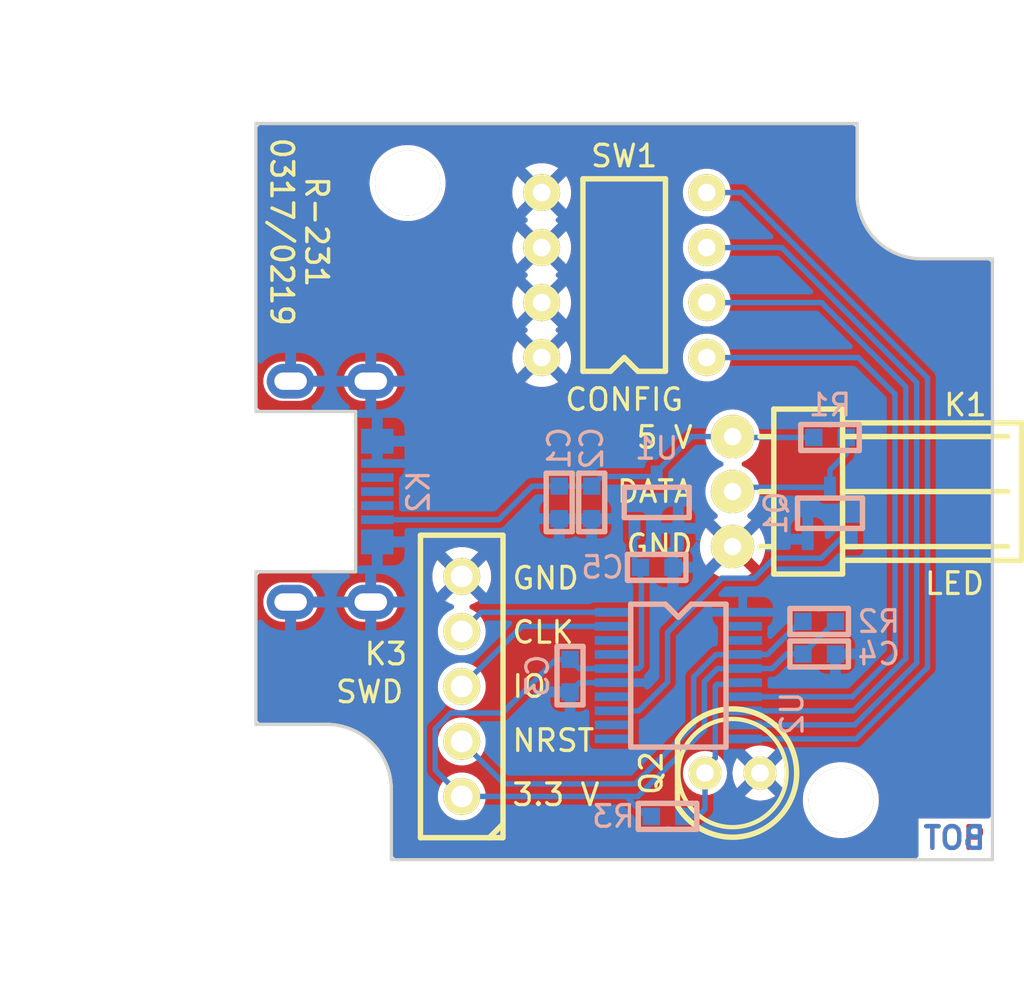
<source format=kicad_pcb>
(kicad_pcb (version 20221018) (generator pcbnew)
  (layers (0 "F.Cu" signal) (31 "B.Cu" signal) (34 "B.Paste" user) (35 "F.Paste" user) (36 "B.SilkS" user "B.Silkscreen") (37 "F.SilkS" user "F.Silkscreen") (38 "B.Mask" user) (39 "F.Mask" user) (44 "Edge.Cuts" user))
  (net 0 "")
  (net 1 "+5V")
  (net 2 "GND")
  (net 3 "+3,3V")
  (net 4 "/DO")
  (net 5 "Net-(K2-Pad4)")
  (net 6 "Net-(K2-Pad2)")
  (net 7 "Net-(K2-Pad3)")
  (net 8 "/NRST")
  (net 9 "/SWDIO")
  (net 10 "/SWCLK")
  (net 11 "Net-(Q1-Pad1)")
  (net 12 "Net-(U2-Pad11)")
  (net 13 "Net-(U2-Pad12)")
  (net 14 "Net-(U2-Pad14)")
  (net 15 "Net-(U2-Pad17)")
  (net 16 "Net-(U2-Pad18)")
  (net 17 "Net-(U2-Pad2)")
  (net 18 "Net-(U2-Pad3)")
  (net 19 "Net-(SW1-Pad1)")
  (net 20 "Net-(SW1-Pad2)")
  (net 21 "Net-(SW1-Pad3)")
  (net 22 "Net-(SW1-Pad4)")
  (net 23 "Net-(Q2-Pad2)")
  (footprint "mech:HOLE_3mm" (layer "F.Cu") (at 90 85.75)
    (fp_text reference "HOLE_3mm" hide)
    (fp_text value "VAL**" hide)
    (pad "1" thru_hole circle (at 0 0) (size 2.99974 2.99974) (drill 2.99974) (layers "*.Cu" "*.Mask" "F.SilkS"))
  )
  (footprint "mech:HOLE_3mm" (layer "F.Cu") (at 110 114.25)
    (fp_text reference "HOLE_3mm" hide)
    (fp_text value "VAL**" hide)
    (pad "1" thru_hole circle (at 0 0) (size 2.99974 2.99974) (drill 2.99974) (layers "*.Cu" "*.Mask" "F.SilkS"))
  )
  (footprint "conn:PSS254-3W" (layer "F.Cu") (at 105 100 -90)
    (fp_text reference "K1" (at -4 -10.75) (layer "F.SilkS"))
    (fp_text value "LED" (at 4.25 -10.25) (layer "F.SilkS"))
    (fp_line (start -3.81 -5.08) (end 3.81 -5.08) (stroke (width 0.25)) (layer "F.SilkS"))
    (fp_line (start -3.81 -1.905) (end -3.81 -5.08) (stroke (width 0.25)) (layer "F.SilkS"))
    (fp_line (start -3.81 -1.905) (end 3.81 -1.905) (stroke (width 0.25)) (layer "F.SilkS"))
    (fp_line (start -3.175 -13.335) (end -3.175 -5.08) (stroke (width 0.25)) (layer "F.SilkS"))
    (fp_line (start -3.175 -13.335) (end 2.54 -13.335) (stroke (width 0.25)) (layer "F.SilkS"))
    (fp_line (start -2.54 -5.08) (end -2.54 -12.7) (stroke (width 0.25)) (layer "F.SilkS"))
    (fp_line (start -2.54 -1.27) (end -2.54 -1.905) (stroke (width 0.25)) (layer "F.SilkS"))
    (fp_line (start 0 -5.08) (end 0 -12.7) (stroke (width 0.25)) (layer "F.SilkS"))
    (fp_line (start 0 -1.27) (end 0 -1.905) (stroke (width 0.25)) (layer "F.SilkS"))
    (fp_line (start 2.54 -13.335) (end 3.175 -13.335) (stroke (width 0.25)) (layer "F.SilkS"))
    (fp_line (start 2.54 -5.08) (end 2.54 -12.7) (stroke (width 0.25)) (layer "F.SilkS"))
    (fp_line (start 2.54 -1.905) (end 2.54 -1.27) (stroke (width 0.25)) (layer "F.SilkS"))
    (fp_line (start 3.175 -13.335) (end 3.175 -5.08) (stroke (width 0.25)) (layer "F.SilkS"))
    (fp_line (start 3.81 -1.905) (end 3.81 -5.08) (stroke (width 0.25)) (layer "F.SilkS"))
    (pad "1" thru_hole circle (at -2.54 0 270) (size 1.99898 1.99898) (drill 0.8001) (layers "*.Cu" "*.Mask" "F.SilkS") (net 1 "+5V"))
    (pad "2" thru_hole circle (at 0 0 270) (size 1.99898 1.99898) (drill 0.8001) (layers "*.Cu" "*.Mask" "F.SilkS") (net 4 "/DO"))
    (pad "3" thru_hole circle (at 2.54 0 270) (size 1.99898 1.99898) (drill 0.8001) (layers "*.Cu" "*.Mask" "F.SilkS") (net 2 "GND"))
  )
  (footprint "conn:PINHEAD_1_5" (layer "F.Cu") (at 92.5 109 90)
    (fp_text reference "K3" (at 1.5 -3.5 180) (layer "F.SilkS"))
    (fp_text value "SWD" (at -0.25 -4.25 180) (layer "F.SilkS"))
    (fp_line (start -6.985 -1.905) (end -6.985 1.905) (stroke (width 0.25)) (layer "F.SilkS"))
    (fp_line (start -6.985 -1.905) (end 6.985 -1.905) (stroke (width 0.25)) (layer "F.SilkS"))
    (fp_line (start -6.985 1.27) (end -6.35 1.905) (stroke (width 0.25)) (layer "F.SilkS"))
    (fp_line (start -6.985 1.905) (end 6.985 1.905) (stroke (width 0.25)) (layer "F.SilkS"))
    (fp_line (start 6.985 -1.905) (end 6.985 1.905) (stroke (width 0.25)) (layer "F.SilkS"))
    (pad "1" thru_hole circle (at -5.08 0 90) (size 1.7 1.7) (drill 1.00076) (layers "*.Cu" "*.Mask" "F.SilkS") (net 3 "+3,3V"))
    (pad "2" thru_hole circle (at -2.54 0 90) (size 1.7 1.7) (drill 1.00076) (layers "*.Cu" "*.Mask" "F.SilkS") (net 8 "/NRST"))
    (pad "3" thru_hole circle (at 0 0 90) (size 1.7 1.7) (drill 1.00076) (layers "*.Cu" "*.Mask" "F.SilkS") (net 9 "/SWDIO"))
    (pad "4" thru_hole circle (at 2.54 0 90) (size 1.7 1.7) (drill 1.00076) (layers "*.Cu" "*.Mask" "F.SilkS") (net 10 "/SWCLK"))
    (pad "5" thru_hole circle (at 5.08 0 90) (size 1.7 1.7) (drill 1.00076) (layers "*.Cu" "*.Mask" "F.SilkS") (net 2 "GND"))
  )
  (footprint "led:LED_5mm_100" (layer "F.Cu") (at 105 113 180)
    (fp_text reference "Q2" (at 3.75 0 270) (layer "F.SilkS"))
    (fp_text value "SFH320" hide)
    (fp_line (start 2.54 1.524) (end 2.54 -1.524) (stroke (width 0.25)) (layer "F.SilkS"))
    (fp_arc (start 2.54 1.524) (mid -2.961994 0.027723) (end 2.51103 -1.571275) (stroke (width 0.25)) (layer "F.SilkS"))
    (fp_circle (center 0 0) (end 2.49936 0) (stroke (width 0.20066)) (fill none) (layer "F.SilkS"))
    (pad "1" thru_hole circle (at -1.27 0 180) (size 1.524 1.524) (drill 0.8128) (layers "*.Cu" "*.Mask" "F.SilkS") (net 2 "GND"))
    (pad "2" thru_hole circle (at 1.27 0 180) (size 1.524 1.524) (drill 0.8128) (layers "*.Cu" "*.Mask" "F.SilkS") (net 23 "Net-(Q2-Pad2)"))
  )
  (footprint "dip:DIP8_300" (layer "F.Cu") (at 100 90 90)
    (fp_text reference "SW1" (at 5.5 0 180) (layer "F.SilkS"))
    (fp_text value "CONFIG" (at -5.75 0 180) (layer "F.SilkS"))
    (fp_line (start -4.445 -1.905) (end 4.445 -1.905) (stroke (width 0.25)) (layer "F.SilkS"))
    (fp_line (start -4.445 -0.635) (end -4.445 -1.905) (stroke (width 0.25)) (layer "F.SilkS"))
    (fp_line (start -4.445 -0.635) (end -3.81 0) (stroke (width 0.25)) (layer "F.SilkS"))
    (fp_line (start -4.445 1.905) (end -4.445 0.635) (stroke (width 0.25)) (layer "F.SilkS"))
    (fp_line (start -4.445 1.905) (end 4.445 1.905) (stroke (width 0.25)) (layer "F.SilkS"))
    (fp_line (start -3.81 0) (end -4.445 0.635) (stroke (width 0.25)) (layer "F.SilkS"))
    (fp_line (start 4.445 1.905) (end 4.445 -1.905) (stroke (width 0.25)) (layer "F.SilkS"))
    (pad "1" thru_hole circle (at -3.81 3.81 90) (size 1.7 1.7) (drill 0.8128) (layers "*.Cu" "*.Mask" "F.SilkS") (net 19 "Net-(SW1-Pad1)"))
    (pad "2" thru_hole circle (at -1.27 3.81 90) (size 1.7 1.7) (drill 0.8128) (layers "*.Cu" "*.Mask" "F.SilkS") (net 20 "Net-(SW1-Pad2)"))
    (pad "3" thru_hole circle (at 1.27 3.81 90) (size 1.7 1.7) (drill 0.8128) (layers "*.Cu" "*.Mask" "F.SilkS") (net 21 "Net-(SW1-Pad3)"))
    (pad "4" thru_hole circle (at 3.81 3.81 90) (size 1.7 1.7) (drill 0.8128) (layers "*.Cu" "*.Mask" "F.SilkS") (net 22 "Net-(SW1-Pad4)"))
    (pad "5" thru_hole circle (at 3.81 -3.81 90) (size 1.7 1.7) (drill 0.8128) (layers "*.Cu" "*.Mask" "F.SilkS") (net 2 "GND"))
    (pad "6" thru_hole circle (at 1.27 -3.81 90) (size 1.7 1.7) (drill 0.8128) (layers "*.Cu" "*.Mask" "F.SilkS") (net 2 "GND"))
    (pad "7" thru_hole circle (at -1.27 -3.81 90) (size 1.7 1.7) (drill 0.8128) (layers "*.Cu" "*.Mask" "F.SilkS") (net 2 "GND"))
    (pad "8" thru_hole circle (at -3.81 -3.81 90) (size 1.7 1.7) (drill 0.8128) (layers "*.Cu" "*.Mask" "F.SilkS") (net 2 "GND"))
  )
  (footprint "rcl:0603_B" (layer "B.Cu") (at 97 100.5 -90)
    (fp_text reference "C1" (at -2.5 0 270) (layer "B.SilkS") (effects (justify mirror)))
    (fp_text value "1µ" hide)
    (fp_line (start -1.35 -0.6) (end 1.35 -0.6) (stroke (width 0.25)) (layer "B.SilkS"))
    (fp_line (start -1.35 0.6) (end -1.35 -0.6) (stroke (width 0.25)) (layer "B.SilkS"))
    (fp_line (start 1.35 -0.6) (end 1.35 0.6) (stroke (width 0.25)) (layer "B.SilkS"))
    (fp_line (start 1.35 0.6) (end -1.35 0.6) (stroke (width 0.25)) (layer "B.SilkS"))
    (pad "1" smd rect (at -0.75 0 270) (size 0.8 0.8) (layers "B.Cu" "B.Paste" "B.Mask") (net 1 "+5V"))
    (pad "2" smd rect (at 0.75 0 270) (size 0.8 0.8) (layers "B.Cu" "B.Paste" "B.Mask") (net 2 "GND"))
  )
  (footprint "rcl:0603_B" (layer "B.Cu") (at 98.5 100.5 -90)
    (fp_text reference "C2" (at -2.5 0 270) (layer "B.SilkS") (effects (justify mirror)))
    (fp_text value "100n" hide)
    (fp_line (start -1.35 -0.6) (end 1.35 -0.6) (stroke (width 0.25)) (layer "B.SilkS"))
    (fp_line (start -1.35 0.6) (end -1.35 -0.6) (stroke (width 0.25)) (layer "B.SilkS"))
    (fp_line (start 1.35 -0.6) (end 1.35 0.6) (stroke (width 0.25)) (layer "B.SilkS"))
    (fp_line (start 1.35 0.6) (end -1.35 0.6) (stroke (width 0.25)) (layer "B.SilkS"))
    (pad "1" smd rect (at -0.75 0 270) (size 0.8 0.8) (layers "B.Cu" "B.Paste" "B.Mask") (net 1 "+5V"))
    (pad "2" smd rect (at 0.75 0 270) (size 0.8 0.8) (layers "B.Cu" "B.Paste" "B.Mask") (net 2 "GND"))
  )
  (footprint "rcl:0603_B" (layer "B.Cu") (at 97.5 108.5 -90)
    (fp_text reference "C3" (at 0 1.5 270) (layer "B.SilkS") (effects (justify mirror)))
    (fp_text value "100n" hide)
    (fp_line (start -1.35 -0.6) (end 1.35 -0.6) (stroke (width 0.25)) (layer "B.SilkS"))
    (fp_line (start -1.35 0.6) (end -1.35 -0.6) (stroke (width 0.25)) (layer "B.SilkS"))
    (fp_line (start 1.35 -0.6) (end 1.35 0.6) (stroke (width 0.25)) (layer "B.SilkS"))
    (fp_line (start 1.35 0.6) (end -1.35 0.6) (stroke (width 0.25)) (layer "B.SilkS"))
    (pad "1" smd rect (at -0.75 0 270) (size 0.8 0.8) (layers "B.Cu" "B.Paste" "B.Mask") (net 3 "+3,3V"))
    (pad "2" smd rect (at 0.75 0 270) (size 0.8 0.8) (layers "B.Cu" "B.Paste" "B.Mask") (net 2 "GND"))
  )
  (footprint "rcl:0603_B" (layer "B.Cu") (at 109 107.5)
    (fp_text reference "C4" (at 2.75 0) (layer "B.SilkS") (effects (justify mirror)))
    (fp_text value "100n" hide)
    (fp_line (start -1.35 -0.6) (end 1.35 -0.6) (stroke (width 0.25)) (layer "B.SilkS"))
    (fp_line (start -1.35 0.6) (end -1.35 -0.6) (stroke (width 0.25)) (layer "B.SilkS"))
    (fp_line (start 1.35 -0.6) (end 1.35 0.6) (stroke (width 0.25)) (layer "B.SilkS"))
    (fp_line (start 1.35 0.6) (end -1.35 0.6) (stroke (width 0.25)) (layer "B.SilkS"))
    (pad "1" smd rect (at -0.75 0) (size 0.8 0.8) (layers "B.Cu" "B.Paste" "B.Mask") (net 3 "+3,3V"))
    (pad "2" smd rect (at 0.75 0) (size 0.8 0.8) (layers "B.Cu" "B.Paste" "B.Mask") (net 2 "GND"))
  )
  (footprint "conn:USB_B_MICRO_W_SMT_AMPHENOL_10103593" (layer "B.Cu") (at 83 100 -90)
    (fp_text reference "K2" (at 0 -7.5 270) (layer "B.SilkS") (effects (justify mirror)))
    (fp_text value "MICROUSB" hide)
    (fp_line (start -3.7 -4.6) (end 3.7 -4.6) (stroke (width 0.15)) (layer "Edge.Cuts"))
    (fp_line (start -3.7 0) (end -3.7 -4.6) (stroke (width 0.15)) (layer "Edge.Cuts"))
    (fp_line (start 3.7 -4.6) (end 3.7 0) (stroke (width 0.15)) (layer "Edge.Cuts"))
    (pad "1" smd rect (at 1.3 -5.6 270) (size 0.4 1.5) (layers "B.Cu" "B.Paste" "B.Mask") (net 1 "+5V"))
    (pad "2" smd rect (at 0.65 -5.6 270) (size 0.4 1.5) (layers "B.Cu" "B.Paste" "B.Mask") (net 6 "Net-(K2-Pad2)"))
    (pad "3" smd rect (at 0 -5.6 270) (size 0.4 1.5) (layers "B.Cu" "B.Paste" "B.Mask") (net 7 "Net-(K2-Pad3)"))
    (pad "4" smd rect (at -0.65 -5.6 270) (size 0.4 1.5) (layers "B.Cu" "B.Paste" "B.Mask") (net 5 "Net-(K2-Pad4)"))
    (pad "5" smd rect (at -1.3 -5.6 270) (size 0.4 1.5) (layers "B.Cu" "B.Paste" "B.Mask") (net 2 "GND"))
    (pad "T" thru_hole oval (at -5.1 -5.3 270) (size 1.6 2.2) (drill oval 0.8 1.5) (layers "*.Mask" "B.Cu" "B.Paste") (net 2 "GND"))
    (pad "T" thru_hole oval (at -5.1 -1.6 270) (size 1.6 2.2) (drill oval 0.8 1.5) (layers "*.Mask" "B.Cu" "B.Paste") (net 2 "GND"))
    (pad "T" smd rect (at -2.325 -5.6 270) (size 1.15 1.5) (layers "B.Cu" "B.Paste" "B.Mask") (net 2 "GND"))
    (pad "T" smd rect (at 2.325 -5.6 270) (size 1.15 1.5) (layers "B.Cu" "B.Paste" "B.Mask") (net 2 "GND"))
    (pad "T" thru_hole oval (at 5.1 -5.3 270) (size 1.6 2.2) (drill oval 0.8 1.5) (layers "*.Mask" "B.Cu" "B.Paste") (net 2 "GND"))
    (pad "T" thru_hole oval (at 5.1 -1.6 270) (size 1.6 2.2) (drill oval 0.8 1.5) (layers "*.Mask" "B.Cu" "B.Paste") (net 2 "GND"))
  )
  (footprint "sot:SOT23" (layer "B.Cu") (at 109.5 101 90)
    (fp_text reference "Q1" (at 0 -2.5 90) (layer "B.SilkS") (effects (justify mirror)))
    (fp_text value "BSS138" hide)
    (fp_line (start -0.7 -1.5) (end -0.7 1.5) (stroke (width 0.25)) (layer "B.SilkS"))
    (fp_line (start -0.7 1.5) (end 0.7 1.5) (stroke (width 0.25)) (layer "B.SilkS"))
    (fp_line (start 0.7 -1.5) (end -0.7 -1.5) (stroke (width 0.25)) (layer "B.SilkS"))
    (fp_line (start 0.7 -1.5) (end 0.7 1.5) (stroke (width 0.25)) (layer "B.SilkS"))
    (pad "1" smd rect (at -1.19888 1.00076 90) (size 1.00076 0.55118) (layers "B.Cu" "B.Paste" "B.Mask") (net 11 "Net-(Q1-Pad1)"))
    (pad "2" smd rect (at -1.19888 -1.02616 90) (size 1.00076 0.55118) (layers "B.Cu" "B.Paste" "B.Mask") (net 2 "GND"))
    (pad "3" smd rect (at 1.19888 0 90) (size 1.00076 0.55118) (layers "B.Cu" "B.Paste" "B.Mask") (net 4 "/DO"))
  )
  (footprint "rcl:0603_B" (layer "B.Cu") (at 109.5 97.5)
    (fp_text reference "R1" (at 0 -1.5) (layer "B.SilkS") (effects (justify mirror)))
    (fp_text value "4k7" hide)
    (fp_line (start -1.35 -0.6) (end 1.35 -0.6) (stroke (width 0.25)) (layer "B.SilkS"))
    (fp_line (start -1.35 0.6) (end -1.35 -0.6) (stroke (width 0.25)) (layer "B.SilkS"))
    (fp_line (start 1.35 -0.6) (end 1.35 0.6) (stroke (width 0.25)) (layer "B.SilkS"))
    (fp_line (start 1.35 0.6) (end -1.35 0.6) (stroke (width 0.25)) (layer "B.SilkS"))
    (pad "1" smd rect (at -0.75 0) (size 0.8 0.8) (layers "B.Cu" "B.Paste" "B.Mask") (net 1 "+5V"))
    (pad "2" smd rect (at 0.75 0) (size 0.8 0.8) (layers "B.Cu" "B.Paste" "B.Mask") (net 4 "/DO"))
  )
  (footprint "rcl:0603_B" (layer "B.Cu") (at 109 106 180)
    (fp_text reference "R2" (at -2.75 0 180) (layer "B.SilkS") (effects (justify mirror)))
    (fp_text value "10k" hide)
    (fp_line (start -1.35 -0.6) (end 1.35 -0.6) (stroke (width 0.25)) (layer "B.SilkS"))
    (fp_line (start -1.35 0.6) (end -1.35 -0.6) (stroke (width 0.25)) (layer "B.SilkS"))
    (fp_line (start 1.35 -0.6) (end 1.35 0.6) (stroke (width 0.25)) (layer "B.SilkS"))
    (fp_line (start 1.35 0.6) (end -1.35 0.6) (stroke (width 0.25)) (layer "B.SilkS"))
    (pad "1" smd rect (at -0.75 0 180) (size 0.8 0.8) (layers "B.Cu" "B.Paste" "B.Mask") (net 3 "+3,3V"))
    (pad "2" smd rect (at 0.75 0 180) (size 0.8 0.8) (layers "B.Cu" "B.Paste" "B.Mask") (net 8 "/NRST"))
  )
  (footprint "sot:SOT23" (layer "B.Cu") (at 101.5 100.5 90)
    (fp_text reference "U1" (at 2.5 0 180) (layer "B.SilkS") (effects (justify mirror)))
    (fp_text value "MCP1700-3302" hide)
    (fp_line (start -0.7 -1.5) (end -0.7 1.5) (stroke (width 0.25)) (layer "B.SilkS"))
    (fp_line (start -0.7 1.5) (end 0.7 1.5) (stroke (width 0.25)) (layer "B.SilkS"))
    (fp_line (start 0.7 -1.5) (end -0.7 -1.5) (stroke (width 0.25)) (layer "B.SilkS"))
    (fp_line (start 0.7 -1.5) (end 0.7 1.5) (stroke (width 0.25)) (layer "B.SilkS"))
    (pad "1" smd rect (at -1.19888 1.00076 90) (size 1.00076 0.55118) (layers "B.Cu" "B.Paste" "B.Mask") (net 2 "GND"))
    (pad "2" smd rect (at -1.19888 -1.02616 90) (size 1.00076 0.55118) (layers "B.Cu" "B.Paste" "B.Mask") (net 3 "+3,3V"))
    (pad "3" smd rect (at 1.19888 0 90) (size 1.00076 0.55118) (layers "B.Cu" "B.Paste" "B.Mask") (net 1 "+5V"))
  )
  (footprint "tssop:TSSOP20" (layer "B.Cu") (at 102.5 108.5 180)
    (fp_text reference "U2" (at -5.25 -1.75 270) (layer "B.SilkS") (effects (justify mirror)))
    (fp_text value "STM32F030F4P6" hide)
    (fp_line (start -2.2 -3.3) (end 2.2 -3.3) (stroke (width 0.25)) (layer "B.SilkS"))
    (fp_line (start -2.2 3.3) (end -2.2 -3.3) (stroke (width 0.25)) (layer "B.SilkS"))
    (fp_line (start -0.6 3.3) (end -2.2 3.3) (stroke (width 0.25)) (layer "B.SilkS"))
    (fp_line (start 0 2.7) (end -0.6 3.3) (stroke (width 0.25)) (layer "B.SilkS"))
    (fp_line (start 0.6 3.3) (end 0 2.7) (stroke (width 0.25)) (layer "B.SilkS"))
    (fp_line (start 2.2 -3.3) (end 2.2 3.3) (stroke (width 0.25)) (layer "B.SilkS"))
    (fp_line (start 2.2 3.3) (end 0.6 3.3) (stroke (width 0.25)) (layer "B.SilkS"))
    (pad "1" smd rect (at -2.97 2.925 180) (size 1.78 0.4) (layers "B.Cu" "B.Paste" "B.Mask") (net 2 "GND"))
    (pad "2" smd rect (at -2.97 2.275 180) (size 1.78 0.4) (layers "B.Cu" "B.Paste" "B.Mask") (net 17 "Net-(U2-Pad2)"))
    (pad "3" smd rect (at -2.97 1.625 180) (size 1.78 0.4) (layers "B.Cu" "B.Paste" "B.Mask") (net 18 "Net-(U2-Pad3)"))
    (pad "4" smd rect (at -2.97 0.975 180) (size 1.78 0.4) (layers "B.Cu" "B.Paste" "B.Mask") (net 8 "/NRST"))
    (pad "5" smd rect (at -2.97 0.325 180) (size 1.78 0.4) (layers "B.Cu" "B.Paste" "B.Mask") (net 3 "+3,3V"))
    (pad "6" smd rect (at -2.97 -0.325 180) (size 1.78 0.4) (layers "B.Cu" "B.Paste" "B.Mask") (net 23 "Net-(Q2-Pad2)"))
    (pad "7" smd rect (at -2.97 -0.975 180) (size 1.78 0.4) (layers "B.Cu" "B.Paste" "B.Mask") (net 19 "Net-(SW1-Pad1)"))
    (pad "8" smd rect (at -2.97 -1.625 180) (size 1.78 0.4) (layers "B.Cu" "B.Paste" "B.Mask") (net 20 "Net-(SW1-Pad2)"))
    (pad "9" smd rect (at -2.97 -2.275 180) (size 1.78 0.4) (layers "B.Cu" "B.Paste" "B.Mask") (net 21 "Net-(SW1-Pad3)"))
    (pad "10" smd rect (at -2.97 -2.925 180) (size 1.78 0.4) (layers "B.Cu" "B.Paste" "B.Mask") (net 22 "Net-(SW1-Pad4)"))
    (pad "11" smd rect (at 2.97 -2.925 180) (size 1.78 0.4) (layers "B.Cu" "B.Paste" "B.Mask") (net 12 "Net-(U2-Pad11)"))
    (pad "12" smd rect (at 2.97 -2.275 180) (size 1.78 0.4) (layers "B.Cu" "B.Paste" "B.Mask") (net 13 "Net-(U2-Pad12)"))
    (pad "13" smd rect (at 2.97 -1.625 180) (size 1.78 0.4) (layers "B.Cu" "B.Paste" "B.Mask") (net 11 "Net-(Q1-Pad1)"))
    (pad "14" smd rect (at 2.97 -0.975 180) (size 1.78 0.4) (layers "B.Cu" "B.Paste" "B.Mask") (net 14 "Net-(U2-Pad14)"))
    (pad "15" smd rect (at 2.97 -0.325 180) (size 1.78 0.4) (layers "B.Cu" "B.Paste" "B.Mask") (net 2 "GND"))
    (pad "16" smd rect (at 2.97 0.325 180) (size 1.78 0.4) (layers "B.Cu" "B.Paste" "B.Mask") (net 3 "+3,3V"))
    (pad "17" smd rect (at 2.97 0.975 180) (size 1.78 0.4) (layers "B.Cu" "B.Paste" "B.Mask") (net 15 "Net-(U2-Pad17)"))
    (pad "18" smd rect (at 2.97 1.625 180) (size 1.78 0.4) (layers "B.Cu" "B.Paste" "B.Mask") (net 16 "Net-(U2-Pad18)"))
    (pad "19" smd rect (at 2.97 2.275 180) (size 1.78 0.4) (layers "B.Cu" "B.Paste" "B.Mask") (net 9 "/SWDIO"))
    (pad "20" smd rect (at 2.97 2.925 180) (size 1.78 0.4) (layers "B.Cu" "B.Paste" "B.Mask") (net 10 "/SWCLK"))
  )
  (footprint "rcl:0603_B" (layer "B.Cu") (at 101.5 103.5)
    (fp_text reference "C5" (at -2.5 0) (layer "B.SilkS") (effects (justify mirror)))
    (fp_text value "1µ" hide)
    (fp_line (start -1.35 -0.6) (end 1.35 -0.6) (stroke (width 0.25)) (layer "B.SilkS"))
    (fp_line (start -1.35 0.6) (end -1.35 -0.6) (stroke (width 0.25)) (layer "B.SilkS"))
    (fp_line (start 1.35 -0.6) (end 1.35 0.6) (stroke (width 0.25)) (layer "B.SilkS"))
    (fp_line (start 1.35 0.6) (end -1.35 0.6) (stroke (width 0.25)) (layer "B.SilkS"))
    (pad "1" smd rect (at -0.75 0) (size 0.8 0.8) (layers "B.Cu" "B.Paste" "B.Mask") (net 3 "+3,3V"))
    (pad "2" smd rect (at 0.75 0) (size 0.8 0.8) (layers "B.Cu" "B.Paste" "B.Mask") (net 2 "GND"))
  )
  (footprint "rcl:0603_B" (layer "B.Cu") (at 102 115 180)
    (fp_text reference "R3" (at 2.5 0 180) (layer "B.SilkS") (effects (justify mirror)))
    (fp_text value "4k7" hide)
    (fp_line (start -1.35 -0.6) (end 1.35 -0.6) (stroke (width 0.25)) (layer "B.SilkS"))
    (fp_line (start -1.35 0.6) (end -1.35 -0.6) (stroke (width 0.25)) (layer "B.SilkS"))
    (fp_line (start 1.35 -0.6) (end 1.35 0.6) (stroke (width 0.25)) (layer "B.SilkS"))
    (fp_line (start 1.35 0.6) (end -1.35 0.6) (stroke (width 0.25)) (layer "B.SilkS"))
    (pad "1" smd rect (at -0.75 0 180) (size 0.8 0.8) (layers "B.Cu" "B.Paste" "B.Mask") (net 23 "Net-(Q2-Pad2)"))
    (pad "2" smd rect (at 0.75 0 180) (size 0.8 0.8) (layers "B.Cu" "B.Paste" "B.Mask") (net 3 "+3,3V"))
  )
  (gr_arc (start 113.75 89.25) (mid 111.62868 88.37132) (end 110.75 86.25) (stroke (width 0.15)) (layer "Edge.Cuts"))
  (gr_line (start 110.75 86.25) (end 110.75 83) (stroke (width 0.15)) (layer "Edge.Cuts"))
  (gr_line (start 89.25 113.75) (end 89.25 117) (stroke (width 0.15)) (layer "Edge.Cuts"))
  (gr_line (start 83 110.75) (end 83 103.7) (stroke (width 0.15)) (layer "Edge.Cuts"))
  (gr_line (start 83 110.75) (end 86.25 110.75) (stroke (width 0.15)) (layer "Edge.Cuts"))
  (gr_line (start 117 89.25) (end 113.75 89.25) (stroke (width 0.15)) (layer "Edge.Cuts"))
  (gr_arc (start 86.25 110.75) (mid 88.37132 111.62868) (end 89.25 113.75) (stroke (width 0.15)) (layer "Edge.Cuts"))
  (gr_line (start 83 96.3) (end 83 83) (stroke (width 0.15)) (layer "Edge.Cuts"))
  (gr_line (start 117 89.25) (end 117 117) (stroke (width 0.15)) (layer "Edge.Cuts"))
  (gr_line (start 117 117) (end 89.25 117) (stroke (width 0.15)) (layer "Edge.Cuts"))
  (gr_line (start 83 83) (end 110.75 83) (stroke (width 0.15)) (layer "Edge.Cuts"))
  (gr_text "TOP" (at 115.25 116) (layer "F.Cu") (effects (font (size 1 1) (thickness 0.2))))
  (gr_text "BOT" (at 115.25 116) (layer "B.Cu") (effects (font (size 1 1) (thickness 0.2)) (justify mirror)))
  (gr_text "CLK" (at 94.75 106.5) (layer "F.SilkS") (effects (font (size 1 1)) (justify left)))
  (gr_text "IO" (at 94.75 109) (layer "F.SilkS") (effects (font (size 1 1)) (justify left)))
  (gr_text "NRST" (at 94.75 111.5) (layer "F.SilkS") (effects (font (size 1 1)) (justify left)))
  (gr_text "3.3 V" (at 94.75 114) (layer "F.SilkS") (effects (font (size 1 1)) (justify left)))
  (gr_text "DATA" (at 103.25 100) (layer "F.SilkS") (effects (font (size 1 1)) (justify right)))
  (gr_text "GND" (at 103.25 102.5) (layer "F.SilkS") (effects (font (size 1 1)) (justify right)))
  (gr_text "GND" (at 94.75 104) (layer "F.SilkS") (effects (font (size 1 1)) (justify left)))
  (gr_text "5 V" (at 103.25 97.5) (layer "F.SilkS") (effects (font (size 1 1)) (justify right)))
  (gr_text "R-231\n0317/0219" (at 85 88 270) (layer "F.SilkS") (effects (font (size 1 1) (thickness 0.16))))
  (segment (start 98.94888 99.30112) (end 98.5 99.75) (width 0.25) (layer "B.Cu") (net 1))
  (segment (start 105.04 97.5) (end 105 97.46) (width 0.25) (layer "B.Cu") (net 1))
  (segment (start 105 97.46) (end 103.11633 97.46) (width 0.25) (layer "B.Cu") (net 1))
  (segment (start 88.6 101.3) (end 94.2 101.3) (width 0.25) (layer "B.Cu") (net 1))
  (segment (start 101.5 99.07633) (end 101.5 99.30112) (width 0.25) (layer "B.Cu") (net 1))
  (segment (start 108.75 97.5) (end 105.04 97.5) (width 0.25) (layer "B.Cu") (net 1))
  (segment (start 101.5 99.30112) (end 98.94888 99.30112) (width 0.25) (layer "B.Cu") (net 1))
  (segment (start 97 99.75) (end 98.5 99.75) (width 0.25) (layer "B.Cu") (net 1))
  (segment (start 94.2 101.3) (end 95.75 99.75) (width 0.25) (layer "B.Cu") (net 1))
  (segment (start 103.11633 97.46) (end 101.5 99.07633) (width 0.25) (layer "B.Cu") (net 1))
  (segment (start 95.75 99.75) (end 97 99.75) (width 0.25) (layer "B.Cu") (net 1))
  (segment (start 88.6 98.7) (end 90.2 98.7) (width 0.25) (layer "B.Cu") (net 2))
  (segment (start 99.53 108.825) (end 97.925 108.825) (width 0.25) (layer "B.Cu") (net 2))
  (segment (start 97.925 108.825) (end 97.5 109.25) (width 0.25) (layer "B.Cu") (net 2))
  (segment (start 102.25 103.5) (end 102.25 101.94964) (width 0.25) (layer "B.Cu") (net 2))
  (segment (start 102.25 101.94964) (end 102.50076 101.69888) (width 0.25) (layer "B.Cu") (net 2))
  (segment (start 97.925 108.175) (end 99.53 108.175) (width 0.25) (layer "B.Cu") (net 3))
  (segment (start 100.795001 104.195001) (end 100.795001 108.049999) (width 0.25) (layer "B.Cu") (net 3))
  (segment (start 103.704989 108.767887) (end 104.297876 108.175) (width 0.25) (layer "B.Cu") (net 3))
  (segment (start 107.5 107.5) (end 108.25 107.5) (width 0.25) (layer "B.Cu") (net 3))
  (segment (start 108.25 107.5) (end 109.75 106) (width 0.25) (layer "B.Cu") (net 3))
  (segment (start 106.825 108.175) (end 107.5 107.5) (width 0.25) (layer "B.Cu") (net 3))
  (segment (start 91.274999 112.854999) (end 91.274999 110.951999) (width 0.25) (layer "B.Cu") (net 3))
  (segment (start 92.001997 110.225001) (end 94.374999 110.225001) (width 0.25) (layer "B.Cu") (net 3))
  (segment (start 100.75 103.5) (end 100.75 104.15) (width 0.25) (layer "B.Cu") (net 3))
  (segment (start 100.795001 108.049999) (end 100.67 108.175) (width 0.25) (layer "B.Cu") (net 3))
  (segment (start 105.47 108.175) (end 106.825 108.175) (width 0.25) (layer "B.Cu") (net 3))
  (segment (start 100.67 108.175) (end 99.53 108.175) (width 0.25) (layer "B.Cu") (net 3))
  (segment (start 100.08 114.08) (end 99.58 114.08) (width 0.25) (layer "B.Cu") (net 3))
  (segment (start 101 115) (end 100.08 114.08) (width 0.25) (layer "B.Cu") (net 3))
  (segment (start 99.58 114.08) (end 100.627122 114.08) (width 0.25) (layer "B.Cu") (net 3))
  (segment (start 96.85 107.75) (end 97.5 107.75) (width 0.25) (layer "B.Cu") (net 3))
  (segment (start 91.274999 110.951999) (end 92.001997 110.225001) (width 0.25) (layer "B.Cu") (net 3))
  (segment (start 104.297876 108.175) (end 104.33 108.175) (width 0.25) (layer "B.Cu") (net 3))
  (segment (start 103.704989 111.002133) (end 103.704989 108.767887) (width 0.25) (layer "B.Cu") (net 3))
  (segment (start 100.47384 101.69888) (end 100.47384 103.22384) (width 0.25) (layer "B.Cu") (net 3))
  (segment (start 100.627122 114.08) (end 103.704989 111.002133) (width 0.25) (layer "B.Cu") (net 3))
  (segment (start 99.58 114.08) (end 92.5 114.08) (width 0.25) (layer "B.Cu") (net 3))
  (segment (start 100.75 104.15) (end 100.795001 104.195001) (width 0.25) (layer "B.Cu") (net 3))
  (segment (start 92.5 114.08) (end 91.274999 112.854999) (width 0.25) (layer "B.Cu") (net 3))
  (segment (start 100.47384 103.22384) (end 100.75 103.5) (width 0.25) (layer "B.Cu") (net 3))
  (segment (start 94.374999 110.225001) (end 96.85 107.75) (width 0.25) (layer "B.Cu") (net 3))
  (segment (start 104.33 108.175) (end 105.47 108.175) (width 0.25) (layer "B.Cu") (net 3))
  (segment (start 97.5 107.75) (end 97.925 108.175) (width 0.25) (layer "B.Cu") (net 3))
  (segment (start 101.25 115) (end 101 115) (width 0.25) (layer "B.Cu") (net 3))
  (segment (start 105.19888 99.80112) (end 105 100) (width 0.25) (layer "B.Cu") (net 4))
  (segment (start 110.25 98.25) (end 110.25 97.5) (width 0.25) (layer "B.Cu") (net 4))
  (segment (start 109.5 99.80112) (end 109.5 99) (width 0.25) (layer "B.Cu") (net 4))
  (segment (start 109.5 99.80112) (end 105.19888 99.80112) (width 0.25) (layer "B.Cu") (net 4))
  (segment (start 109.5 99) (end 110.25 98.25) (width 0.25) (layer "B.Cu") (net 4))
  (segment (start 100.5 113.5) (end 103.204978 110.795022) (width 0.25) (layer "B.Cu") (net 8))
  (segment (start 104.240754 107.525) (end 104.33 107.525) (width 0.25) (layer "B.Cu") (net 8))
  (segment (start 103.204978 108.560776) (end 104.240754 107.525) (width 0.25) (layer "B.Cu") (net 8))
  (segment (start 103.204978 110.795022) (end 103.204978 108.560776) (width 0.25) (layer "B.Cu") (net 8))
  (segment (start 108.135 106) (end 108.25 106) (width 0.25) (layer "B.Cu") (net 8))
  (segment (start 92.5 111.54) (end 94.46 113.5) (width 0.25) (layer "B.Cu") (net 8))
  (segment (start 106.61 107.525) (end 108.135 106) (width 0.25) (layer "B.Cu") (net 8))
  (segment (start 104.33 107.525) (end 105.47 107.525) (width 0.25) (layer "B.Cu") (net 8))
  (segment (start 105.47 107.525) (end 106.61 107.525) (width 0.25) (layer "B.Cu") (net 8))
  (segment (start 94.46 113.5) (end 100.5 113.5) (width 0.25) (layer "B.Cu") (net 8))
  (segment (start 95.275 106.225) (end 92.5 109) (width 0.25) (layer "B.Cu") (net 9))
  (segment (start 99.53 106.225) (end 95.275 106.225) (width 0.25) (layer "B.Cu") (net 9))
  (segment (start 93.385 105.575) (end 92.5 106.46) (width 0.25) (layer "B.Cu") (net 10))
  (segment (start 99.53 105.575) (end 93.385 105.575) (width 0.25) (layer "B.Cu") (net 10))
  (segment (start 109.099789 103.074261) (end 109.97517 102.19888) (width 0.25) (layer "B.Cu") (net 11))
  (segment (start 102 108.795) (end 102 106.5) (width 0.25) (layer "B.Cu") (net 11))
  (segment (start 106 104) (end 106.925739 103.074261) (width 0.25) (layer "B.Cu") (net 11))
  (segment (start 104.5 104) (end 106 104) (width 0.25) (layer "B.Cu") (net 11))
  (segment (start 109.97517 102.19888) (end 110.50076 102.19888) (width 0.25) (layer "B.Cu") (net 11))
  (segment (start 99.53 110.125) (end 100.67 110.125) (width 0.25) (layer "B.Cu") (net 11))
  (segment (start 100.67 110.125) (end 102 108.795) (width 0.25) (layer "B.Cu") (net 11))
  (segment (start 106.925739 103.074261) (end 109.099789 103.074261) (width 0.25) (layer "B.Cu") (net 11))
  (segment (start 102 106.5) (end 104.5 104) (width 0.25) (layer "B.Cu") (net 11))
  (segment (start 110.525 109.475) (end 112.499997 107.500003) (width 0.25) (layer "B.Cu") (net 19))
  (segment (start 112.499997 107.500003) (end 112.499997 95.5) (width 0.25) (layer "B.Cu") (net 19))
  (segment (start 103.81 93.81) (end 110.809997 93.81) (width 0.25) (layer "B.Cu") (net 19))
  (segment (start 110.809997 93.81) (end 112.499997 95.5) (width 0.25) (layer "B.Cu") (net 19))
  (segment (start 105.47 109.475) (end 110.525 109.475) (width 0.25) (layer "B.Cu") (net 19))
  (segment (start 109.105756 91.27) (end 113.000008 95.164252) (width 0.25) (layer "B.Cu") (net 20))
  (segment (start 113.000008 107.707114) (end 110.582122 110.125) (width 0.25) (layer "B.Cu") (net 20))
  (segment (start 113.000008 95.164252) (end 113.000008 107.707114) (width 0.25) (layer "B.Cu") (net 20))
  (segment (start 103.81 91.27) (end 109.105756 91.27) (width 0.25) (layer "B.Cu") (net 20))
  (segment (start 106.61 110.125) (end 105.47 110.125) (width 0.25) (layer "B.Cu") (net 20))
  (segment (start 110.582122 110.125) (end 106.61 110.125) (width 0.25) (layer "B.Cu") (net 20))
  (segment (start 113.500019 94.957141) (end 107.272878 88.73) (width 0.25) (layer "B.Cu") (net 21))
  (segment (start 110.639244 110.775) (end 113.500019 107.914225) (width 0.25) (layer "B.Cu") (net 21))
  (segment (start 105.012081 88.73) (end 103.81 88.73) (width 0.25) (layer "B.Cu") (net 21))
  (segment (start 105.47 110.775) (end 110.639244 110.775) (width 0.25) (layer "B.Cu") (net 21))
  (segment (start 107.272878 88.73) (end 105.012081 88.73) (width 0.25) (layer "B.Cu") (net 21))
  (segment (start 113.500019 107.914225) (end 113.500019 94.957141) (width 0.25) (layer "B.Cu") (net 21))
  (segment (start 114.00003 94.75003) (end 105.44 86.19) (width 0.25) (layer "B.Cu") (net 22))
  (segment (start 105.47 111.425) (end 110.696366 111.425) (width 0.25) (layer "B.Cu") (net 22))
  (segment (start 105.44 86.19) (end 103.81 86.19) (width 0.25) (layer "B.Cu") (net 22))
  (segment (start 110.696366 111.425) (end 114.00003 108.121336) (width 0.25) (layer "B.Cu") (net 22))
  (segment (start 114.00003 108.121336) (end 114.00003 94.75003) (width 0.25) (layer "B.Cu") (net 22))
  (segment (start 102.75 115) (end 103.4 115) (width 0.25) (layer "B.Cu") (net 23))
  (segment (start 103.4 115) (end 103.73 114.67) (width 0.25) (layer "B.Cu") (net 23))
  (segment (start 104 112.5) (end 104 112.73) (width 0.25) (layer "B.Cu") (net 23))
  (segment (start 103.73 114.67) (end 103.73 114.07763) (width 0.25) (layer "B.Cu") (net 23))
  (segment (start 104.204999 112.295001) (end 104 112.5) (width 0.25) (layer "B.Cu") (net 23))
  (segment (start 105.47 108.899999) (end 104.279999 108.899999) (width 0.25) (layer "B.Cu") (net 23))
  (segment (start 105.47 108.825) (end 105.47 108.899999) (width 0.25) (layer "B.Cu") (net 23))
  (segment (start 103.73 114.07763) (end 103.73 113) (width 0.25) (layer "B.Cu") (net 23))
  (segment (start 104 112.73) (end 103.73 113) (width 0.25) (layer "B.Cu") (net 23))
  (segment (start 104.279999 108.899999) (end 104.204999 108.974999) (width 0.25) (layer "B.Cu") (net 23))
  (segment (start 104.204999 108.974999) (end 104.204999 112.295001) (width 0.25) (layer "B.Cu") (net 23))
  (zone (net 2) (net_name "GND") (layer "F.Cu") (connect_pads (clearance 0.254)) (min_thickness 0.254) (fill yes (thermal_gap 0.508) (thermal_bridge_width 0.508))
    (polygon (pts (xy 82.25 82.25) (xy 82.25 117.75) (xy 117.75 117.75) (xy 117.75 82.25)))
  )
  (zone (net 2) (net_name "GND") (layer "B.Cu") (connect_pads (clearance 0.254)) (min_thickness 0.254) (fill yes (thermal_gap 0.508) (thermal_bridge_width 0.508))
    (polygon (pts (xy 82.5 82.5) (xy 117.5 82.5) (xy 117.5 117.5) (xy 82.5 117.5)))
  )
)
</source>
